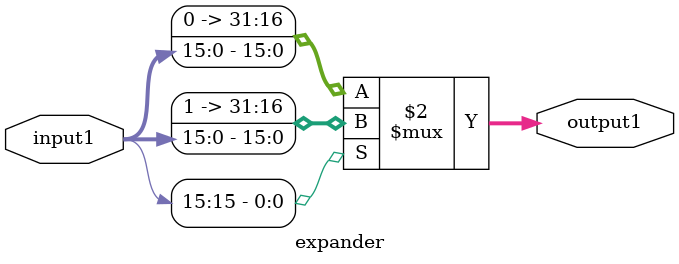
<source format=v>
module expander(
  input [15:0] input1,
  output [31:0] output1
);
assign output1=(input1[15]==1'b0) ? {{16{1'b0}},input1}:{{16{1'b1}},input1};
endmodule // expander
</source>
